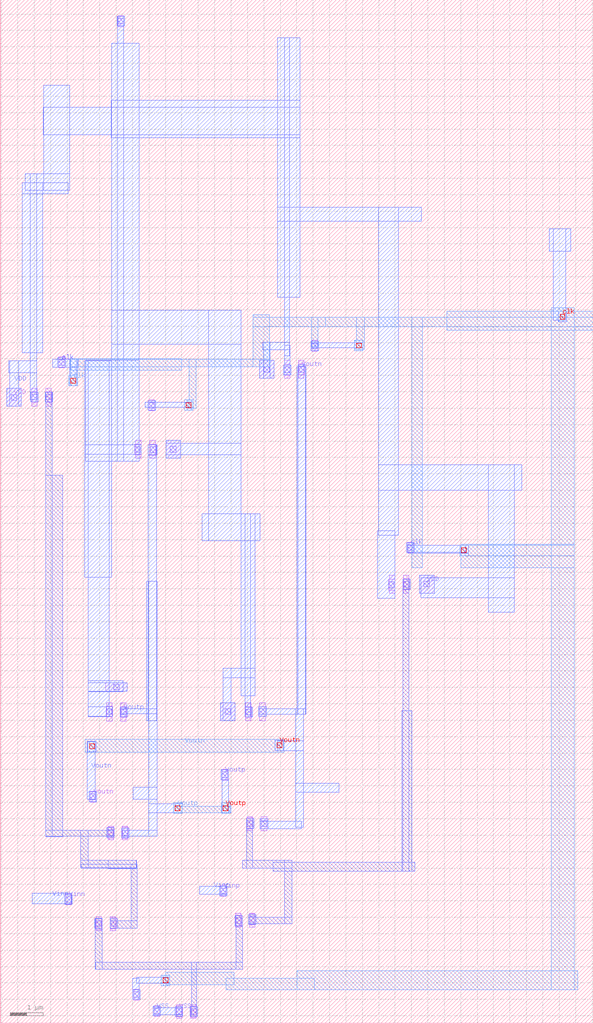
<source format=lef>
VERSION 5.7 ;
BUSBITCHARS "[]" ;
DIVIDERCHAR "/" ;

MACRO strongARMLatch
  CLASS CORE ;
  ORIGIN 0.53 -0.27 ;
  FOREIGN strongARMLatch -0.53 0.27 ;
  SIZE 18.07 BY 31.17 ;
  SYMMETRY X Y ;
  SITE unithd ;
  PIN Voutp
    DIRECTION OUTPUT TRISTATE ;
    USE SIGNAL ;
    PORT
      LAYER met2 ;
        RECT 4.745 6.69 6.495 6.885 ;
        RECT 6.205 6.665 6.465 6.985 ;
        RECT 4.745 6.665 5.005 6.985 ;
      LAYER li1 ;
        RECT 6.23 7.675 6.4 8.005 ;
        RECT 4.025 17.57 4.22 17.9 ;
        RECT 4.025 17.475 4.195 18.025 ;
        RECT 3.18 5.905 3.365 6.235 ;
        RECT 3.18 5.855 3.35 6.275 ;
        RECT 3.135 9.585 3.315 9.915 ;
        RECT 3.135 9.475 3.305 10.025 ;
      LAYER met1 ;
        RECT 6.205 6.665 6.465 6.985 ;
        RECT 6.2 7.695 6.43 7.985 ;
        RECT 6.225 6.665 6.43 7.985 ;
        RECT 4.745 6.665 5.005 6.985 ;
        RECT 3.995 6.685 5.005 6.96 ;
        RECT 3.975 17.59 4.25 17.88 ;
        RECT 3.935 9.48 4.24 13.735 ;
        RECT 3.995 5.97 4.24 13.735 ;
        RECT 3.975 9.48 4.225 17.88 ;
        RECT 3.51 7.09 4.24 7.465 ;
        RECT 3.165 5.97 4.24 6.15 ;
        RECT 3.115 9.69 4.24 9.855 ;
        RECT 3.165 5.925 3.395 6.215 ;
        RECT 3.115 9.605 3.345 9.895 ;
      LAYER mcon ;
        RECT 3.145 9.665 3.315 9.835 ;
        RECT 3.195 5.985 3.365 6.155 ;
        RECT 4.05 17.65 4.22 17.82 ;
        RECT 6.23 7.755 6.4 7.925 ;
      LAYER via ;
        RECT 4.8 6.75 4.95 6.9 ;
        RECT 6.26 6.75 6.41 6.9 ;
    END
  END Voutp
  PIN VDD
    DIRECTION INOUT ;
    USE POWER ;
    PORT
      LAYER li1 ;
        RECT 12.245 13.37 12.69 13.92 ;
        RECT 11.325 13.37 11.495 13.92 ;
        RECT 11.295 13.46 11.495 13.79 ;
        RECT 8.13 19.905 8.3 20.455 ;
        RECT 8.125 20.005 8.3 20.335 ;
        RECT 7.365 19.905 7.81 20.455 ;
        RECT 6.945 9.58 7.12 9.91 ;
        RECT 6.945 9.485 7.115 10.035 ;
        RECT 6.18 9.485 6.625 10.035 ;
        RECT 4.515 17.475 4.96 18.025 ;
        RECT 3.595 17.475 3.765 18.025 ;
        RECT 3.555 17.58 3.765 17.91 ;
        RECT 2.675 10.375 3.335 10.645 ;
        RECT 3.055 30.62 3.225 30.95 ;
        RECT 2.705 9.475 2.875 10.025 ;
        RECT 2.695 9.6 2.875 9.93 ;
        RECT 0.425 19.055 0.595 19.605 ;
        RECT 0.42 19.17 0.595 19.5 ;
        RECT -0.34 19.055 0.105 19.605 ;
      LAYER met1 ;
        RECT 10.995 16.505 15.355 17.275 ;
        RECT 14.34 12.795 15.125 17.275 ;
        RECT 12.285 13.23 15.125 13.845 ;
        RECT 12.245 13.37 12.69 13.92 ;
        RECT 7.92 24.695 12.305 25.12 ;
        RECT 10.995 15.125 11.6 25.12 ;
        RECT 10.965 13.21 11.5 15.275 ;
        RECT 7.92 22.38 8.595 30.285 ;
        RECT 8.095 20.025 8.325 20.315 ;
        RECT 8.13 20.025 8.3 20.91 ;
        RECT 8.125 20.595 8.28 30.285 ;
        RECT 7.465 20.775 8.28 21.005 ;
        RECT 2.84 27.24 8.595 28.375 ;
        RECT 7.365 19.905 7.81 20.455 ;
        RECT 7.49 19.905 7.685 21.005 ;
        RECT 5.615 14.96 7.38 15.785 ;
        RECT 6.8 10.25 7.235 15.785 ;
        RECT 6.92 9.6 7.15 9.89 ;
        RECT 6.93 9.6 7.1 15.785 ;
        RECT 2.865 20.945 6.81 21.975 ;
        RECT 5.815 14.96 6.81 21.975 ;
        RECT 6.255 10.795 7.235 11.08 ;
        RECT 6.18 9.485 6.625 10.035 ;
        RECT 6.255 9.485 6.505 11.085 ;
        RECT 4.515 17.585 6.81 17.935 ;
        RECT 4.515 17.475 4.96 18.025 ;
        RECT 2.04 17.6 3.755 17.89 ;
        RECT 2.865 17.385 3.705 30.115 ;
        RECT 2.14 10.375 3.335 10.645 ;
        RECT 3.025 30.64 3.255 30.93 ;
        RECT 3.05 17.385 3.23 30.93 ;
        RECT 2.14 10.365 3.215 10.7 ;
        RECT 2.14 9.62 2.895 9.91 ;
        RECT 2.04 13.86 2.865 20.44 ;
        RECT 2.065 17.385 3.705 20.465 ;
        RECT 0.78 27.33 8.595 28.16 ;
        RECT 2.14 9.605 2.79 20.465 ;
        RECT 0.79 25.63 1.59 28.835 ;
        RECT 0.14 25.535 1.535 25.87 ;
        RECT 0.23 25.63 1.59 26.135 ;
        RECT 0.14 20.69 0.765 25.87 ;
        RECT 0.39 19.19 0.62 19.48 ;
        RECT 0.375 19.255 0.575 26.135 ;
        RECT -0.28 20.075 0.575 20.445 ;
        RECT -0.34 19.055 0.105 19.605 ;
        RECT -0.25 19.055 0.035 20.445 ;
      LAYER mcon ;
        RECT -0.205 19.245 -0.035 19.415 ;
        RECT 0.42 19.25 0.59 19.42 ;
        RECT 2.695 9.68 2.865 9.85 ;
        RECT 2.92 10.425 3.09 10.595 ;
        RECT 3.055 30.7 3.225 30.87 ;
        RECT 3.555 17.66 3.725 17.83 ;
        RECT 4.65 17.665 4.82 17.835 ;
        RECT 6.315 9.675 6.485 9.845 ;
        RECT 6.95 9.66 7.12 9.83 ;
        RECT 7.5 20.095 7.67 20.265 ;
        RECT 8.125 20.085 8.295 20.255 ;
        RECT 11.295 13.54 11.465 13.71 ;
        RECT 12.38 13.56 12.55 13.73 ;
    END
  END VDD
  PIN Voutn
    DIRECTION OUTPUT TRISTATE ;
    USE SIGNAL ;
    PORT
      LAYER met2 ;
        RECT 2.06 8.52 8.11 8.92 ;
      LAYER li1 ;
        RECT 8.56 20.02 8.735 20.35 ;
        RECT 8.56 19.905 8.73 20.455 ;
        RECT 7.42 6.14 7.59 6.56 ;
        RECT 7.375 9.485 7.545 10.035 ;
        RECT 2.21 7.005 2.38 7.335 ;
      LAYER met1 ;
        RECT 8.46 7.31 9.785 7.58 ;
        RECT 7.345 9.685 8.785 9.845 ;
        RECT 8.515 9.685 8.78 20.26 ;
        RECT 8.535 9.685 8.765 20.33 ;
        RECT 8.465 6.245 8.715 9.845 ;
        RECT 7.39 6.195 8.645 6.43 ;
        RECT 7.915 8.57 8.715 8.88 ;
        RECT 7.845 8.575 8.105 8.895 ;
        RECT 7.39 6.195 7.62 6.5 ;
        RECT 7.345 9.625 7.575 9.915 ;
        RECT 2.18 7.025 2.41 7.315 ;
        RECT 2.135 8.545 2.395 8.865 ;
        RECT 2.115 7.095 2.355 8.84 ;
      LAYER mcon ;
        RECT 2.21 7.085 2.38 7.255 ;
        RECT 7.375 9.685 7.545 9.855 ;
        RECT 7.42 6.27 7.59 6.44 ;
        RECT 8.565 20.1 8.735 20.27 ;
      LAYER via ;
        RECT 2.19 8.63 2.34 8.78 ;
        RECT 7.9 8.66 8.05 8.81 ;
    END
  END Voutn
  PIN clk
    DIRECTION INPUT ;
    USE CLOCK ;
    PORT
      LAYER met2 ;
        RECT 13.08 21.37 17.54 21.955 ;
        RECT 8.515 1.3 17.06 1.88 ;
        RECT 16.265 1.3 16.955 22.06 ;
        RECT 13.51 14.145 16.955 14.855 ;
        RECT 13.465 14.51 16.955 14.83 ;
        RECT 7.17 21.485 17.54 21.765 ;
        RECT 12.005 14.135 12.335 21.765 ;
        RECT 10.315 20.79 10.565 21.765 ;
        RECT 10.265 20.75 10.525 21.07 ;
        RECT 7.17 21.48 9.38 21.77 ;
        RECT 8.95 20.865 9.145 21.77 ;
        RECT 6.355 1.29 9.045 1.65 ;
        RECT 1.6 20.255 7.695 20.485 ;
        RECT 7.17 20.255 7.675 21.84 ;
        RECT 4.505 1.445 6.585 1.82 ;
        RECT 5.225 19 5.43 20.485 ;
        RECT 5.08 18.935 5.34 19.255 ;
        RECT 1.6 20.15 4.995 20.505 ;
        RECT 4.375 1.42 4.635 1.74 ;
        RECT 1.615 19.68 1.82 20.505 ;
        RECT 1.56 19.68 1.82 20 ;
      LAYER li1 ;
        RECT 11.88 14.595 12.05 14.925 ;
        RECT 8.97 20.735 9.14 21.065 ;
        RECT 4 18.92 4.17 19.25 ;
        RECT 3.525 0.98 3.695 1.31 ;
        RECT 1.255 20.23 1.425 20.56 ;
      LAYER met1 ;
        RECT 16.205 23.785 16.85 24.465 ;
        RECT 16.47 21.63 16.73 21.95 ;
        RECT 16.32 21.68 16.695 24.465 ;
        RECT 13.465 14.51 13.725 14.83 ;
        RECT 11.85 14.615 13.655 14.835 ;
        RECT 11.885 14.58 13.725 14.83 ;
        RECT 11.85 14.615 12.08 14.905 ;
        RECT 10.265 20.75 10.525 21.07 ;
        RECT 8.935 20.845 10.525 20.99 ;
        RECT 8.94 20.755 9.17 21.045 ;
        RECT 5.08 18.935 5.34 19.255 ;
        RECT 3.875 19.03 5.34 19.175 ;
        RECT 3.97 18.94 4.2 19.23 ;
        RECT 4.375 1.42 4.635 1.74 ;
        RECT 3.62 1.485 4.635 1.68 ;
        RECT 3.495 1 3.725 1.29 ;
        RECT 3.5 1 3.705 1.64 ;
        RECT 1.06 20.24 1.84 20.49 ;
        RECT 1.56 19.68 1.82 20 ;
        RECT 1.59 19.68 1.79 20.49 ;
        RECT 1.225 20.24 1.455 20.54 ;
      LAYER mcon ;
        RECT 1.255 20.31 1.425 20.48 ;
        RECT 3.525 1.06 3.695 1.23 ;
        RECT 4 19 4.17 19.17 ;
        RECT 8.97 20.815 9.14 20.985 ;
        RECT 11.88 14.675 12.05 14.845 ;
      LAYER via ;
        RECT 1.615 19.765 1.765 19.915 ;
        RECT 4.43 1.505 4.58 1.655 ;
        RECT 5.135 19.02 5.285 19.17 ;
        RECT 10.32 20.835 10.47 20.985 ;
        RECT 13.52 14.595 13.67 14.745 ;
        RECT 16.525 21.715 16.675 21.865 ;
    END
  END clk
  PIN Vinp
    DIRECTION INPUT ;
    USE SIGNAL ;
    PORT
      LAYER li1 ;
        RECT 6.18 4.14 6.35 4.47 ;
      LAYER met1 ;
        RECT 6.15 4.16 6.38 4.45 ;
        RECT 5.545 4.205 6.38 4.445 ;
      LAYER mcon ;
        RECT 6.18 4.22 6.35 4.39 ;
    END
  END Vinp
  PIN Vinn
    DIRECTION INPUT ;
    USE SIGNAL ;
    PORT
      LAYER li1 ;
        RECT 1.465 3.88 1.635 4.21 ;
      LAYER met1 ;
        RECT 1.435 3.9 1.665 4.19 ;
        RECT 0.445 3.915 1.65 4.225 ;
      LAYER mcon ;
        RECT 1.465 3.96 1.635 4.13 ;
    END
  END Vinn
  PIN VSS
    DIRECTION INOUT ;
    USE GROUND ;
    PORT
      LAYER li1 ;
        RECT 4.835 0.42 5.005 0.84 ;
        RECT 4.825 0.47 5.005 0.8 ;
        RECT 4.15 0.48 4.32 0.81 ;
      LAYER met1 ;
        RECT 4.795 0.49 5.025 0.78 ;
        RECT 4.12 0.53 5.025 0.75 ;
        RECT 4.12 0.5 4.35 0.79 ;
      LAYER mcon ;
        RECT 4.15 0.56 4.32 0.73 ;
        RECT 4.825 0.55 4.995 0.72 ;
    END
  END VSS
  OBS
    LAYER mcon ;
      RECT 11.77 13.555 11.94 13.725 ;
      RECT 7.06 3.355 7.23 3.525 ;
      RECT 6.995 6.275 7.165 6.445 ;
      RECT 6.655 3.31 6.825 3.48 ;
      RECT 5.285 0.54 5.455 0.71 ;
      RECT 2.845 3.23 3.015 3.4 ;
      RECT 2.74 5.99 2.91 6.16 ;
      RECT 2.37 3.22 2.54 3.39 ;
      RECT 0.865 19.255 1.035 19.425 ;
    LAYER met1 ;
      RECT 11.74 13.495 11.97 13.785 ;
      RECT 11.74 4.905 11.915 13.785 ;
      RECT 11.7 4.905 12.015 9.795 ;
      RECT 6.965 6.215 7.195 6.505 ;
      RECT 6.97 5 7.16 6.505 ;
      RECT 6.845 5 8.365 5.23 ;
      RECT 7.78 4.905 12.1 5.17 ;
      RECT 8.135 3.305 8.36 5.23 ;
      RECT 7.03 3.295 7.26 3.585 ;
      RECT 7.03 3.305 8.36 3.505 ;
      RECT 6.625 3.25 6.855 3.54 ;
      RECT 6.655 1.92 6.855 3.54 ;
      RECT 2.365 1.925 2.57 3.475 ;
      RECT 2.34 3.16 2.57 3.45 ;
      RECT 2.38 1.92 6.855 2.125 ;
      RECT 5.295 0.48 5.45 2.125 ;
      RECT 5.255 0.48 5.485 0.77 ;
      RECT 0.835 19.195 1.065 19.485 ;
      RECT 0.86 5.945 1.045 19.485 ;
      RECT 0.85 5.945 1.365 16.96 ;
      RECT 2.71 5.93 2.94 6.22 ;
      RECT 0.85 5.975 2.94 6.145 ;
      RECT 1.92 5.015 2.14 6.145 ;
      RECT 1.92 5.015 3.605 5.24 ;
      RECT 1.92 5.015 3.63 5.23 ;
      RECT 3.46 3.165 3.635 5.115 ;
      RECT 1.93 4.995 3.635 5.115 ;
      RECT 2.755 4.985 3.605 5.24 ;
      RECT 2.815 3.165 3.045 3.46 ;
      RECT 2.815 3.165 3.635 3.395 ;
    LAYER li1 ;
      RECT 11.755 13.37 11.925 13.92 ;
      RECT 11.755 13.475 11.94 13.805 ;
      RECT 7.065 3.2 7.235 3.62 ;
      RECT 7.06 3.275 7.235 3.605 ;
      RECT 6.99 6.14 7.16 6.56 ;
      RECT 6.99 6.195 7.165 6.525 ;
      RECT 6.635 3.2 6.805 3.62 ;
      RECT 6.635 3.23 6.825 3.56 ;
      RECT 5.265 0.42 5.435 0.84 ;
      RECT 5.265 0.46 5.455 0.79 ;
      RECT 2.815 3.095 2.985 3.515 ;
      RECT 2.815 3.15 3.015 3.48 ;
      RECT 2.75 5.855 2.92 6.275 ;
      RECT 2.74 5.91 2.92 6.24 ;
      RECT 2.385 3.095 2.555 3.515 ;
      RECT 2.37 3.14 2.555 3.47 ;
      RECT 0.855 19.055 1.025 19.605 ;
      RECT 0.855 19.175 1.035 19.505 ;
  END
END strongARMLatch

END LIBRARY

</source>
